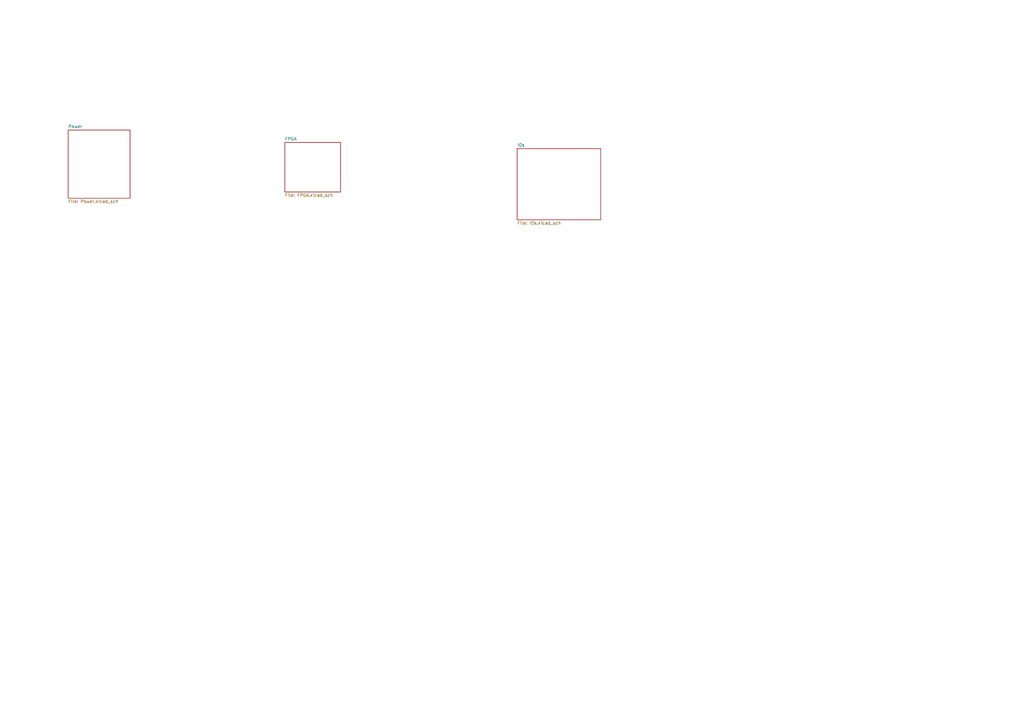
<source format=kicad_sch>
(kicad_sch
	(version 20231120)
	(generator "eeschema")
	(generator_version "8.0")
	(uuid "d63828a1-e60f-4761-bf4b-7d9d4ca8a642")
	(paper "A3")
	(lib_symbols)
	(sheet
		(at 212.09 60.96)
		(size 34.29 29.21)
		(fields_autoplaced yes)
		(stroke
			(width 0.1524)
			(type solid)
		)
		(fill
			(color 0 0 0 0.0000)
		)
		(uuid "a7d7b72c-ec51-43d4-a8b5-ec6d454f5164")
		(property "Sheetname" "IOs"
			(at 212.09 60.2484 0)
			(effects
				(font
					(size 1.27 1.27)
				)
				(justify left bottom)
			)
		)
		(property "Sheetfile" "IOs.kicad_sch"
			(at 212.09 90.7546 0)
			(effects
				(font
					(size 1.27 1.27)
				)
				(justify left top)
			)
		)
		(instances
			(project "Flex_FPGA_Learning_and_Experimentation_Board"
				(path "/d63828a1-e60f-4761-bf4b-7d9d4ca8a642"
					(page "4")
				)
			)
		)
	)
	(sheet
		(at 116.84 58.42)
		(size 22.86 20.32)
		(fields_autoplaced yes)
		(stroke
			(width 0.1524)
			(type solid)
		)
		(fill
			(color 0 0 0 0.0000)
		)
		(uuid "cfbd67c6-4a48-4c5a-a615-b9b202771a62")
		(property "Sheetname" "FPGA"
			(at 116.84 57.7084 0)
			(effects
				(font
					(size 1.27 1.27)
				)
				(justify left bottom)
			)
		)
		(property "Sheetfile" "FPGA.kicad_sch"
			(at 116.84 79.3246 0)
			(effects
				(font
					(size 1.27 1.27)
				)
				(justify left top)
			)
		)
		(instances
			(project "Flex_FPGA_Learning_and_Experimentation_Board"
				(path "/d63828a1-e60f-4761-bf4b-7d9d4ca8a642"
					(page "3")
				)
			)
		)
	)
	(sheet
		(at 27.94 53.34)
		(size 25.4 27.94)
		(fields_autoplaced yes)
		(stroke
			(width 0.1524)
			(type solid)
		)
		(fill
			(color 0 0 0 0.0000)
		)
		(uuid "d4e3f519-a4f6-4b12-878d-0c4bfef464ee")
		(property "Sheetname" "Power"
			(at 27.94 52.6284 0)
			(effects
				(font
					(size 1.27 1.27)
				)
				(justify left bottom)
			)
		)
		(property "Sheetfile" "Power.kicad_sch"
			(at 27.94 81.8646 0)
			(effects
				(font
					(size 1.27 1.27)
				)
				(justify left top)
			)
		)
		(instances
			(project "Flex_FPGA_Learning_and_Experimentation_Board"
				(path "/d63828a1-e60f-4761-bf4b-7d9d4ca8a642"
					(page "2")
				)
			)
		)
	)
	(sheet_instances
		(path "/"
			(page "1")
		)
	)
)

</source>
